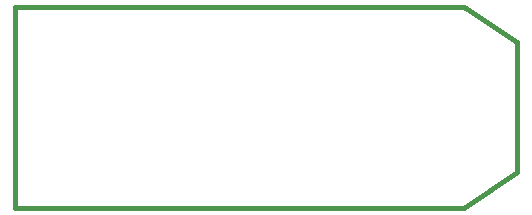
<source format=gko>
%FSLAX33Y33*%
%MOMM*%
%ADD10C,0.381*%
D10*
%LNpath-0*%
G01*
X0Y0D02*
X0Y17000D01*
X38000Y17000*
X42500Y14000*
X42500Y3000*
X38000Y0*
X0Y0*
%LNmechanical details_traces*%
M02*
</source>
